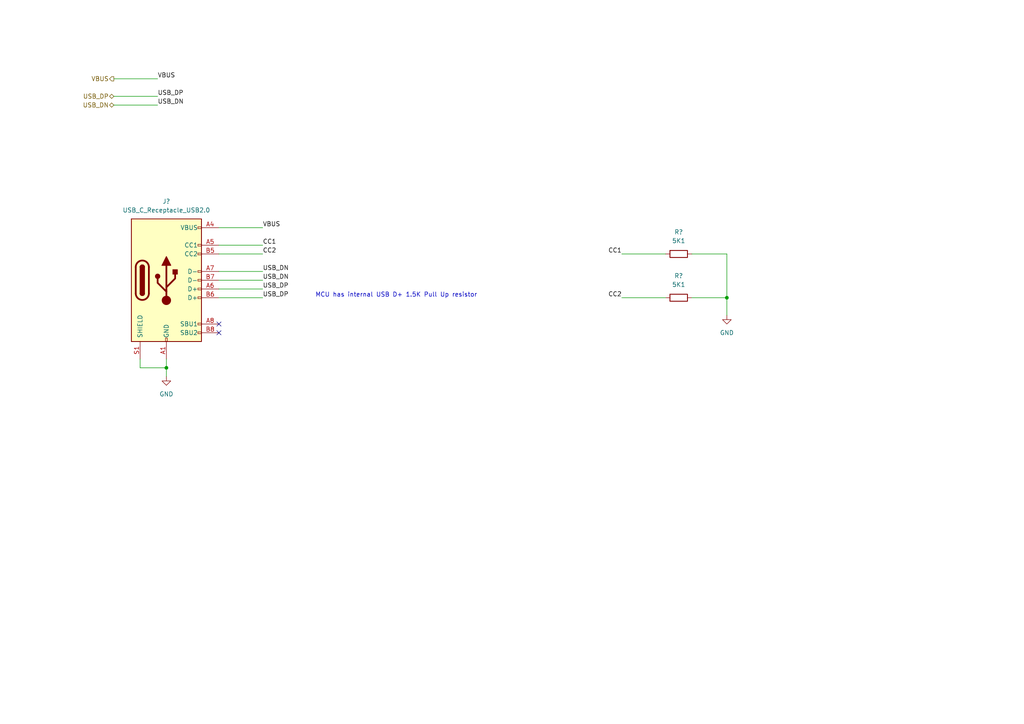
<source format=kicad_sch>
(kicad_sch (version 20230121) (generator eeschema)
  (paper "A4")
  (lib_symbols
    (symbol "Connector:USB_C_Receptacle_USB2.0" (pin_names (offset 1.016))
      (property "Reference" "J" (at -10.16 19.05 0))
      (property "Value" "USB_C_Receptacle_USB2.0" (at 19.05 19.05 0))
      (symbol "USB_C_Receptacle_USB2.0_0_0"
        (rectangle (start -0.254 -17.78) (end 0.254 -16.764))
        (rectangle (start 10.16 -14.986) (end 9.144 -15.494))
        (rectangle (start 10.16 -12.446) (end 9.144 -12.954))
        (rectangle (start 10.16 -4.826) (end 9.144 -5.334))
        (rectangle (start 10.16 -2.286) (end 9.144 -2.794))
        (rectangle (start 10.16 0.254) (end 9.144 -0.254))
        (rectangle (start 10.16 2.794) (end 9.144 2.286))
        (rectangle (start 10.16 7.874) (end 9.144 7.366))
        (rectangle (start 10.16 10.414) (end 9.144 9.906))
        (rectangle (start 10.16 15.494) (end 9.144 14.986))
      )
      (symbol "USB_C_Receptacle_USB2.0_0_1"
        (rectangle (start -10.16 17.78) (end 10.16 -17.78) (stroke (width 0.254)) (fill (type background)))
        (arc (start -8.89 -3.81) (mid -6.985 -5.7067) (end -5.08 -3.81) (stroke (width 0.508)))
        (arc (start -7.62 -3.81) (mid -6.985 -4.4423) (end -6.35 -3.81) (stroke (width 0.254)))
        (arc (start -7.62 -3.81) (mid -6.985 -4.4423) (end -6.35 -3.81) (stroke (width 0.254)) (fill (type outline)))
        (rectangle (start -7.62 -3.81) (end -6.35 3.81) (stroke (width 0.254)) (fill (type outline)))
        (arc (start -6.35 3.81) (mid -6.985 4.4423) (end -7.62 3.81) (stroke (width 0.254)))
        (arc (start -6.35 3.81) (mid -6.985 4.4423) (end -7.62 3.81) (stroke (width 0.254)) (fill (type outline)))
        (arc (start -5.08 3.81) (mid -6.985 5.7067) (end -8.89 3.81) (stroke (width 0.508)))
        (circle (center -2.54 1.143) (radius 0.635) (stroke (width 0.254)) (fill (type outline)))
        (circle (center 0 -5.842) (radius 1.27) (fill (type outline)))
        (polyline (pts (xy -8.89 -3.81) (xy -8.89 3.81)) (stroke (width 0.508)))
        (polyline (pts (xy -5.08 3.81) (xy -5.08 -3.81)) (stroke (width 0.508)))
        (polyline (pts (xy 0 -5.842) (xy 0 4.318)) (stroke (width 0.508)))
        (polyline (pts (xy 0 -3.302) (xy -2.54 -0.762) (xy -2.54 0.508)) (stroke (width 0.508)))
        (polyline (pts (xy 0 -2.032) (xy 2.54 0.508) (xy 2.54 1.778)) (stroke (width 0.508)))
        (polyline (pts (xy -1.27 4.318) (xy 0 6.858) (xy 1.27 4.318) (xy -1.27 4.318)) (stroke (width 0.254)) (fill (type outline)))
        (rectangle (start 1.905 1.778) (end 3.175 3.048) (stroke (width 0.254)) (fill (type outline)))
      )
      (symbol "USB_C_Receptacle_USB2.0_1_1"
        (pin passive line (at 0 -22.86 90) (length 5.08) (name "GND") (number "A1"))
        (pin passive line (at 0 -22.86 90) (length 5.08) hide (name "GND") (number "A12"))
        (pin passive line (at 15.24 15.24 180) (length 5.08) (name "VBUS") (number "A4"))
        (pin bidirectional line (at 15.24 10.16 180) (length 5.08) (name "CC1") (number "A5"))
        (pin bidirectional line (at 15.24 -2.54 180) (length 5.08) (name "D+") (number "A6"))
        (pin bidirectional line (at 15.24 2.54 180) (length 5.08) (name "D-") (number "A7"))
        (pin bidirectional line (at 15.24 -12.7 180) (length 5.08) (name "SBU1") (number "A8"))
        (pin passive line (at 15.24 15.24 180) (length 5.08) hide (name "VBUS") (number "A9"))
        (pin passive line (at 0 -22.86 90) (length 5.08) hide (name "GND") (number "B1"))
        (pin passive line (at 0 -22.86 90) (length 5.08) hide (name "GND") (number "B12"))
        (pin passive line (at 15.24 15.24 180) (length 5.08) hide (name "VBUS") (number "B4"))
        (pin bidirectional line (at 15.24 7.62 180) (length 5.08) (name "CC2") (number "B5"))
        (pin bidirectional line (at 15.24 -5.08 180) (length 5.08) (name "D+") (number "B6"))
        (pin bidirectional line (at 15.24 0 180) (length 5.08) (name "D-") (number "B7"))
        (pin bidirectional line (at 15.24 -15.24 180) (length 5.08) (name "SBU2") (number "B8"))
        (pin passive line (at 15.24 15.24 180) (length 5.08) hide (name "VBUS") (number "B9"))
        (pin passive line (at -7.62 -22.86 90) (length 5.08) (name "SHIELD") (number "S1"))
      )
    )
    (symbol "Device:R" (pin_numbers hide) (pin_names (offset 0))
      (property "Reference" "R" (at 2.032 0 90))
      (property "Value" "R" (at 0 0 90))
      (symbol "R_0_1"
        (rectangle (start -1.016 -2.54) (end 1.016 2.54) (stroke (width 0.254)))
      )
      (symbol "R_1_1"
        (pin passive line (at 0 3.81 270) (length 1.27) (name "~") (number "1"))
        (pin passive line (at 0 -3.81 90) (length 1.27) (name "~") (number "2"))
      )
    )
    (symbol "power:GND" (power) (pin_names (offset 0))
      (property "Value" "GND" (at 0 -3.81 0))
      (symbol "GND_0_1"
        (polyline (pts (xy 0 0) (xy 0 -1.27) (xy 1.27 -1.27) (xy 0 -2.54) (xy -1.27 -1.27) (xy 0 -1.27)))
      )
      (symbol "GND_1_1"
        (pin power_in line (at 0 0 270) (length 0) hide (name "GND") (number "1"))
      )
    )
  )
  (junction (at 210.82 86.36))
  (junction (at 48.26 106.68))
  (no_connect (at 63.5 93.98))
  (no_connect (at 63.5 96.52))
  (wire (pts (xy 193.04 73.66) (xy 180.34 73.66)))
  (wire (pts (xy 33.02 30.48) (xy 45.72 30.48)))
  (wire (pts (xy 33.02 27.94) (xy 45.72 27.94)))
  (wire (pts (xy 63.5 83.82) (xy 76.2 83.82)))
  (wire (pts (xy 48.26 109.22) (xy 48.26 106.68)))
  (wire (pts (xy 40.64 104.14) (xy 40.64 106.68)))
  (wire (pts (xy 193.04 86.36) (xy 180.34 86.36)))
  (wire (pts (xy 63.5 71.12) (xy 76.2 71.12)))
  (wire (pts (xy 48.26 104.14) (xy 48.26 106.68)))
  (wire (pts (xy 200.66 73.66) (xy 210.82 73.66)))
  (wire (pts (xy 63.5 78.74) (xy 76.2 78.74)))
  (wire (pts (xy 40.64 106.68) (xy 48.26 106.68)))
  (wire (pts (xy 210.82 86.36) (xy 210.82 91.44)))
  (wire (pts (xy 63.5 73.66) (xy 76.2 73.66)))
  (wire (pts (xy 210.82 73.66) (xy 210.82 86.36)))
  (wire (pts (xy 63.5 86.36) (xy 76.2 86.36)))
  (wire (pts (xy 33.02 22.86) (xy 45.72 22.86)))
  (wire (pts (xy 200.66 86.36) (xy 210.82 86.36)))
  (wire (pts (xy 63.5 66.04) (xy 76.2 66.04)))
  (wire (pts (xy 63.5 81.28) (xy 76.2 81.28)))
  (text "MCU has internal USB D+ 1.5K Pull Up resistor" (at 91.44 86.36 0) (effects (font (size 1.27 1.27)) (justify left bottom)))
  (label "CC2" (at 76.2 73.66 0))
  (label "USB_DP" (at 76.2 83.82 0))
  (label "USB_DN" (at 76.2 78.74 0))
  (label "USB_DP" (at 45.72 27.94 0))
  (label "USB_DN" (at 45.72 30.48 0))
  (label "CC1" (at 76.2 71.12 0))
  (label "VBUS" (at 45.72 22.86 0))
  (label "VBUS" (at 76.2 66.04 0))
  (label "USB_DN" (at 76.2 81.28 0))
  (label "CC2" (at 180.34 86.36 180))
  (label "CC1" (at 180.34 73.66 180))
  (label "USB_DP" (at 76.2 86.36 0))
  (hierarchical_label "USB_DP" (shape bidirectional) (at 33.02 27.94 180))
  (hierarchical_label "VBUS" (shape output) (at 33.02 22.86 180))
  (hierarchical_label "USB_DN" (shape bidirectional) (at 33.02 30.48 180))
  (symbol (lib_id "Device:R") (at 196.85 73.66 90) (unit 1)
    (property "Reference" "R?" (at 196.85 67.31 90))
    (property "Value" "5K1" (at 196.85 69.85 90))
    (property "Footprint" "Resistor_SMD:R_0805_2012Metric_Pad1.20x1.40mm_HandSolder" (effects hide))
    (property "Description" "电阻类型: 厚膜电阻 阻值: 5.1kΩ 精度: ±1% 功率: 1/8W 温度系数: ±100ppm/℃ 最大工作电压: 150V 工作温度" (effects hide))
    (property "LCSC" "C27834" (effects hide))
    (property "Vendor" "UNI-ROYAL(厚声)" (effects hide))
    (property "Vendor Model" "0805W8F5101T5E" (effects hide))
  )
  (symbol (lib_id "power:GND") (at 210.82 91.44 0) (unit 1)
    (property "Reference" "#PWR05802" (effects hide))
    (property "Value" "GND" (at 210.82 96.52 0))
  )
  (symbol (lib_id "power:GND") (at 48.26 109.22 0) (unit 1)
    (property "Reference" "#PWR05801" (effects hide))
    (property "Value" "GND" (at 48.26 114.3 0))
  )
  (symbol (lib_id "Connector:USB_C_Receptacle_USB2.0") (at 48.26 81.28 0) (unit 1)
    (property "Reference" "J?" (at 48.26 58.42 0))
    (property "Value" "USB_C_Receptacle_USB2.0" (at 48.26 60.96 0))
    (property "Footprint" "IotPi_Connector_USB:USB_C_Receptacle_Dealon_USB-TYPE-C-019_6P_TopMnt_Horizontal" (effects hide))
    (property "Datasheet" "https://www.usb.org/sites/default/files/documents/usb_type-c.zip" (effects hide))
    (property "Description" "公母:母座,安装方式:卧贴,工作温度范围:-25℃~+85℃,标准:-,端口数量:1,触点数量:16,连接器类型:Type-C,额定电流 - 电源:3A" (effects hide))
    (property "LCSC" "C2927039" (effects hide))
    (property "Vendor" "DEALON(德艺隆)" (effects hide))
    (property "Vendor Model" "USB-TYPE-C-019" (effects hide))
  )
  (symbol (lib_id "Device:R") (at 196.85 86.36 90) (unit 1)
    (property "Reference" "R?" (at 196.85 80.01 90))
    (property "Value" "5K1" (at 196.85 82.55 90))
    (property "Footprint" "Resistor_SMD:R_0805_2012Metric_Pad1.20x1.40mm_HandSolder" (effects hide))
    (property "Description" "电阻类型: 厚膜电阻 阻值: 5.1kΩ 精度: ±1% 功率: 1/8W 温度系数: ±100ppm/℃ 最大工作电压: 150V 工作温度" (effects hide))
    (property "LCSC" "C27834" (effects hide))
    (property "Vendor" "UNI-ROYAL(厚声)" (effects hide))
    (property "Vendor Model" "0805W8F5101T5E" (effects hide))
  )
)
</source>
